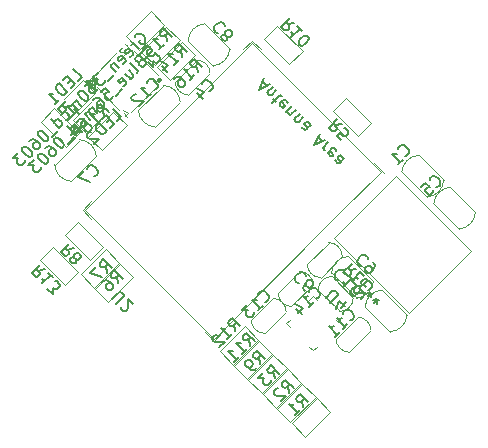
<source format=gbr>
%TF.GenerationSoftware,KiCad,Pcbnew,(6.0.8)*%
%TF.CreationDate,2022-10-29T03:41:05+02:00*%
%TF.ProjectId,view_base,76696577-5f62-4617-9365-2e6b69636164,rev?*%
%TF.SameCoordinates,Original*%
%TF.FileFunction,Legend,Bot*%
%TF.FilePolarity,Positive*%
%FSLAX46Y46*%
G04 Gerber Fmt 4.6, Leading zero omitted, Abs format (unit mm)*
G04 Created by KiCad (PCBNEW (6.0.8)) date 2022-10-29 03:41:05*
%MOMM*%
%LPD*%
G01*
G04 APERTURE LIST*
%ADD10C,0.150000*%
%ADD11C,0.120000*%
%ADD12C,0.300000*%
%ADD13C,0.152400*%
G04 APERTURE END LIST*
D10*
%TO.C,R3*%
X105157313Y-62255063D02*
X105056298Y-61682643D01*
X105561374Y-61851002D02*
X104854268Y-61143895D01*
X104584893Y-61413269D01*
X104551222Y-61514284D01*
X104551222Y-61581628D01*
X104584893Y-61682643D01*
X104685909Y-61783658D01*
X104786924Y-61817330D01*
X104854268Y-61817330D01*
X104955283Y-61783658D01*
X105224657Y-61514284D01*
X104214504Y-61783658D02*
X103776771Y-62221391D01*
X104281848Y-62255063D01*
X104180832Y-62356078D01*
X104147161Y-62457094D01*
X104147161Y-62524437D01*
X104180832Y-62625452D01*
X104349191Y-62793811D01*
X104450206Y-62827483D01*
X104517550Y-62827483D01*
X104618565Y-62793811D01*
X104820596Y-62591781D01*
X104854268Y-62490765D01*
X104854268Y-62423422D01*
%TO.C,R13*%
X85723179Y-53023821D02*
X85150760Y-53124836D01*
X85319118Y-52619760D02*
X84612012Y-53326867D01*
X84881386Y-53596241D01*
X84982401Y-53629913D01*
X85049744Y-53629913D01*
X85150760Y-53596241D01*
X85251775Y-53495226D01*
X85285447Y-53394210D01*
X85285447Y-53326867D01*
X85251775Y-53225852D01*
X84982401Y-52956478D01*
X86396615Y-53697256D02*
X85992554Y-53293195D01*
X86194584Y-53495226D02*
X85487477Y-54202333D01*
X85521149Y-54033974D01*
X85521149Y-53899287D01*
X85487477Y-53798272D01*
X85925210Y-54640065D02*
X86362943Y-55077798D01*
X86396615Y-54572722D01*
X86497630Y-54673737D01*
X86598645Y-54707409D01*
X86665989Y-54707409D01*
X86767004Y-54673737D01*
X86935363Y-54505378D01*
X86969034Y-54404363D01*
X86969034Y-54337020D01*
X86935363Y-54236004D01*
X86733332Y-54033974D01*
X86632317Y-54000302D01*
X86564973Y-54000302D01*
%TO.C,C6*%
X107784598Y-53613151D02*
X107784598Y-53545808D01*
X107717254Y-53411121D01*
X107649911Y-53343777D01*
X107515223Y-53276434D01*
X107380536Y-53276434D01*
X107279521Y-53310105D01*
X107111162Y-53411121D01*
X107010147Y-53512136D01*
X106909132Y-53680495D01*
X106875460Y-53781510D01*
X106875460Y-53916197D01*
X106942804Y-54050884D01*
X107010147Y-54118228D01*
X107144834Y-54185571D01*
X107212178Y-54185571D01*
X107750926Y-54859006D02*
X107616239Y-54724319D01*
X107582567Y-54623304D01*
X107582567Y-54555960D01*
X107616239Y-54387602D01*
X107717254Y-54219243D01*
X107986628Y-53949869D01*
X108087643Y-53916197D01*
X108154987Y-53916197D01*
X108256002Y-53949869D01*
X108390689Y-54084556D01*
X108424361Y-54185571D01*
X108424361Y-54252915D01*
X108390689Y-54353930D01*
X108222330Y-54522289D01*
X108121315Y-54555960D01*
X108053972Y-54555960D01*
X107952956Y-54522289D01*
X107818269Y-54387602D01*
X107784598Y-54286586D01*
X107784598Y-54219243D01*
X107818269Y-54118228D01*
%TO.C,R10*%
X106825972Y-32164889D02*
X106253553Y-32265904D01*
X106421911Y-31760828D02*
X105714805Y-32467935D01*
X105984179Y-32737309D01*
X106085194Y-32770981D01*
X106152537Y-32770981D01*
X106253553Y-32737309D01*
X106354568Y-32636294D01*
X106388240Y-32535278D01*
X106388240Y-32467935D01*
X106354568Y-32366920D01*
X106085194Y-32097546D01*
X107499408Y-32838324D02*
X107095347Y-32434263D01*
X107297377Y-32636294D02*
X106590270Y-33343401D01*
X106623942Y-33175042D01*
X106623942Y-33040355D01*
X106590270Y-32939340D01*
X107230034Y-33983164D02*
X107297377Y-34050507D01*
X107398392Y-34084179D01*
X107465736Y-34084179D01*
X107566751Y-34050507D01*
X107735110Y-33949492D01*
X107903469Y-33781133D01*
X108004484Y-33612775D01*
X108038156Y-33511759D01*
X108038156Y-33444416D01*
X108004484Y-33343401D01*
X107937140Y-33276057D01*
X107836125Y-33242385D01*
X107768782Y-33242385D01*
X107667766Y-33276057D01*
X107499408Y-33377072D01*
X107331049Y-33545431D01*
X107230034Y-33713790D01*
X107196362Y-33814805D01*
X107196362Y-33882149D01*
X107230034Y-33983164D01*
%TO.C,R1*%
X107596831Y-64694581D02*
X107495816Y-64122161D01*
X108000892Y-64290520D02*
X107293786Y-63583413D01*
X107024411Y-63852787D01*
X106990740Y-63953802D01*
X106990740Y-64021146D01*
X107024411Y-64122161D01*
X107125427Y-64223176D01*
X107226442Y-64256848D01*
X107293786Y-64256848D01*
X107394801Y-64223176D01*
X107664175Y-63953802D01*
X106923396Y-65368016D02*
X107327457Y-64963955D01*
X107125427Y-65165986D02*
X106418320Y-64458879D01*
X106586679Y-64492551D01*
X106721366Y-64492551D01*
X106822381Y-64458879D01*
%TO.C,R16*%
X98635110Y-36325972D02*
X98534095Y-35753553D01*
X99039171Y-35921911D02*
X98332064Y-35214805D01*
X98062690Y-35484179D01*
X98029018Y-35585194D01*
X98029018Y-35652537D01*
X98062690Y-35753553D01*
X98163705Y-35854568D01*
X98264721Y-35888240D01*
X98332064Y-35888240D01*
X98433079Y-35854568D01*
X98702453Y-35585194D01*
X97961675Y-36999408D02*
X98365736Y-36595347D01*
X98163705Y-36797377D02*
X97456598Y-36090270D01*
X97624957Y-36123942D01*
X97759644Y-36123942D01*
X97860660Y-36090270D01*
X96648476Y-36898392D02*
X96783163Y-36763705D01*
X96884179Y-36730034D01*
X96951522Y-36730034D01*
X97119881Y-36763705D01*
X97288240Y-36864721D01*
X97557614Y-37134095D01*
X97591285Y-37235110D01*
X97591285Y-37302453D01*
X97557614Y-37403469D01*
X97422927Y-37538156D01*
X97321911Y-37571827D01*
X97254568Y-37571827D01*
X97153553Y-37538156D01*
X96985194Y-37369797D01*
X96951522Y-37268782D01*
X96951522Y-37201438D01*
X96985194Y-37100423D01*
X97119881Y-36965736D01*
X97220896Y-36932064D01*
X97288240Y-36932064D01*
X97389255Y-36965736D01*
%TO.C,C5*%
X118861201Y-46058951D02*
X118928544Y-46058951D01*
X119063231Y-45991607D01*
X119130575Y-45924264D01*
X119197918Y-45789576D01*
X119197918Y-45654889D01*
X119164247Y-45553874D01*
X119063231Y-45385515D01*
X118962216Y-45284500D01*
X118793857Y-45183485D01*
X118692842Y-45149813D01*
X118558155Y-45149813D01*
X118423468Y-45217157D01*
X118356124Y-45284500D01*
X118288781Y-45419187D01*
X118288781Y-45486531D01*
X117581674Y-46058951D02*
X117918392Y-45722233D01*
X118288781Y-46025279D01*
X118221437Y-46025279D01*
X118120422Y-46058951D01*
X117952063Y-46227309D01*
X117918392Y-46328325D01*
X117918392Y-46395668D01*
X117952063Y-46496683D01*
X118120422Y-46665042D01*
X118221437Y-46698714D01*
X118288781Y-46698714D01*
X118389796Y-46665042D01*
X118558155Y-46496683D01*
X118591827Y-46395668D01*
X118591827Y-46328325D01*
%TO.C,C4*%
X99596110Y-37920528D02*
X99663453Y-37920528D01*
X99798140Y-37853184D01*
X99865484Y-37785841D01*
X99932827Y-37651153D01*
X99932827Y-37516466D01*
X99899156Y-37415451D01*
X99798140Y-37247092D01*
X99697125Y-37146077D01*
X99528766Y-37045062D01*
X99427751Y-37011390D01*
X99293064Y-37011390D01*
X99158377Y-37078734D01*
X99091033Y-37146077D01*
X99023690Y-37280764D01*
X99023690Y-37348108D01*
X98585957Y-38122558D02*
X99057362Y-38593963D01*
X98484942Y-37684825D02*
X99158377Y-38021543D01*
X98720644Y-38459276D01*
%TO.C,R9*%
X103937556Y-61035305D02*
X103836541Y-60462885D01*
X104341617Y-60631244D02*
X103634511Y-59924137D01*
X103365136Y-60193511D01*
X103331465Y-60294526D01*
X103331465Y-60361870D01*
X103365136Y-60462885D01*
X103466152Y-60563900D01*
X103567167Y-60597572D01*
X103634511Y-60597572D01*
X103735526Y-60563900D01*
X104004900Y-60294526D01*
X103600839Y-61372023D02*
X103466152Y-61506710D01*
X103365136Y-61540381D01*
X103297793Y-61540381D01*
X103129434Y-61506710D01*
X102961075Y-61405694D01*
X102691701Y-61136320D01*
X102658030Y-61035305D01*
X102658030Y-60967962D01*
X102691701Y-60866946D01*
X102826388Y-60732259D01*
X102927404Y-60698587D01*
X102994747Y-60698587D01*
X103095762Y-60732259D01*
X103264121Y-60900618D01*
X103297793Y-61001633D01*
X103297793Y-61068977D01*
X103264121Y-61169992D01*
X103129434Y-61304679D01*
X103028419Y-61338351D01*
X102961075Y-61338351D01*
X102860060Y-61304679D01*
%TO.C,C13*%
X104355384Y-55742441D02*
X104422728Y-55742441D01*
X104557415Y-55675097D01*
X104624758Y-55607754D01*
X104692102Y-55473067D01*
X104692102Y-55338380D01*
X104658430Y-55237365D01*
X104557415Y-55069006D01*
X104456400Y-54967991D01*
X104288041Y-54866975D01*
X104187026Y-54833304D01*
X104052339Y-54833304D01*
X103917652Y-54900647D01*
X103850308Y-54967991D01*
X103782965Y-55102678D01*
X103782965Y-55170021D01*
X103749293Y-56483220D02*
X104153354Y-56079159D01*
X103951323Y-56281189D02*
X103244216Y-55574082D01*
X103412575Y-55607754D01*
X103547262Y-55607754D01*
X103648278Y-55574082D01*
X102806484Y-56011815D02*
X102368751Y-56449548D01*
X102873827Y-56483220D01*
X102772812Y-56584235D01*
X102739140Y-56685250D01*
X102739140Y-56752594D01*
X102772812Y-56853609D01*
X102941171Y-57021968D01*
X103042186Y-57055639D01*
X103109529Y-57055639D01*
X103210545Y-57021968D01*
X103412575Y-56819937D01*
X103446247Y-56718922D01*
X103446247Y-56651578D01*
%TO.C,U2*%
X91366562Y-55555941D02*
X91938982Y-54983521D01*
X92039997Y-54949849D01*
X92107341Y-54949849D01*
X92208356Y-54983521D01*
X92343043Y-55118208D01*
X92376715Y-55219223D01*
X92376715Y-55286567D01*
X92343043Y-55387582D01*
X91770623Y-55960002D01*
X92141013Y-56195704D02*
X92141013Y-56263047D01*
X92174684Y-56364063D01*
X92343043Y-56532421D01*
X92444058Y-56566093D01*
X92511402Y-56566093D01*
X92612417Y-56532421D01*
X92679761Y-56465078D01*
X92747104Y-56330391D01*
X92747104Y-55522269D01*
X93184837Y-55960002D01*
X104139941Y-37125707D02*
X104476659Y-37462425D01*
X104274628Y-36856333D02*
X103803224Y-37799142D01*
X104746033Y-37327738D01*
X104510331Y-38034845D02*
X104981735Y-37563440D01*
X104577674Y-37967501D02*
X104577674Y-38034845D01*
X104611346Y-38135860D01*
X104712361Y-38236875D01*
X104813377Y-38270547D01*
X104914392Y-38236875D01*
X105284781Y-37866486D01*
X105049079Y-38573593D02*
X105318453Y-38842967D01*
X104914392Y-38910310D02*
X105520483Y-38304219D01*
X105621499Y-38270547D01*
X105722514Y-38304219D01*
X105789857Y-38371562D01*
X106261262Y-38910310D02*
X106227590Y-38809295D01*
X106092903Y-38674608D01*
X105991888Y-38640936D01*
X105890873Y-38674608D01*
X105621499Y-38943982D01*
X105587827Y-39044997D01*
X105621499Y-39146012D01*
X105756186Y-39280699D01*
X105857201Y-39314371D01*
X105958216Y-39280699D01*
X106025560Y-39213356D01*
X105756186Y-38809295D01*
X106160247Y-39684760D02*
X106631651Y-39213356D01*
X106227590Y-39617417D02*
X106227590Y-39684760D01*
X106261262Y-39785776D01*
X106362277Y-39886791D01*
X106463292Y-39920463D01*
X106564308Y-39886791D01*
X106934697Y-39516402D01*
X106800010Y-40324524D02*
X107271414Y-39853119D01*
X106867353Y-40257180D02*
X106867353Y-40324524D01*
X106901025Y-40425539D01*
X107002040Y-40526554D01*
X107103056Y-40560226D01*
X107204071Y-40526554D01*
X107574460Y-40156165D01*
X108214223Y-40795928D02*
X107843834Y-41166317D01*
X107742819Y-41199989D01*
X107641804Y-41166317D01*
X107507117Y-41031630D01*
X107473445Y-40930615D01*
X108180552Y-40829600D02*
X108146880Y-40728585D01*
X107978521Y-40560226D01*
X107877506Y-40526554D01*
X107776491Y-40560226D01*
X107709147Y-40627569D01*
X107675475Y-40728585D01*
X107709147Y-40829600D01*
X107877506Y-40997959D01*
X107911178Y-41098974D01*
X108853987Y-41839752D02*
X109190704Y-42176470D01*
X108988674Y-41570378D02*
X108517269Y-42513187D01*
X109460078Y-42041783D01*
X109695780Y-42277485D02*
X109224376Y-42748890D01*
X109359063Y-42614203D02*
X109325391Y-42715218D01*
X109325391Y-42782561D01*
X109359063Y-42883577D01*
X109426406Y-42950920D01*
X110369216Y-43018264D02*
X110335544Y-42917248D01*
X110200857Y-42782561D01*
X110099841Y-42748890D01*
X109998826Y-42782561D01*
X109729452Y-43051935D01*
X109695780Y-43152951D01*
X109729452Y-43253966D01*
X109864139Y-43388653D01*
X109965154Y-43422325D01*
X110066170Y-43388653D01*
X110133513Y-43321309D01*
X109864139Y-42917248D01*
X111042651Y-43624355D02*
X110672261Y-43994745D01*
X110571246Y-44028416D01*
X110470231Y-43994745D01*
X110335544Y-43860058D01*
X110301872Y-43759042D01*
X111008979Y-43658027D02*
X110975307Y-43557012D01*
X110806948Y-43388653D01*
X110705933Y-43354981D01*
X110604918Y-43388653D01*
X110537574Y-43455997D01*
X110503903Y-43557012D01*
X110537574Y-43658027D01*
X110705933Y-43826386D01*
X110739605Y-43927401D01*
%TO.C,R7*%
X90962500Y-53293198D02*
X90861485Y-52720778D01*
X91366561Y-52889137D02*
X90659455Y-52182030D01*
X90390080Y-52451404D01*
X90356409Y-52552419D01*
X90356409Y-52619763D01*
X90390080Y-52720778D01*
X90491096Y-52821793D01*
X90592111Y-52855465D01*
X90659455Y-52855465D01*
X90760470Y-52821793D01*
X91029844Y-52552419D01*
X90019691Y-52821793D02*
X89548287Y-53293198D01*
X90558439Y-53697259D01*
%TO.C,U4*%
X109475174Y-55446467D02*
X110047594Y-54874047D01*
X110148609Y-54840375D01*
X110215953Y-54840375D01*
X110316968Y-54874047D01*
X110451655Y-55008734D01*
X110485327Y-55109749D01*
X110485327Y-55177093D01*
X110451655Y-55278108D01*
X109879235Y-55850528D01*
X110754701Y-56254589D02*
X111226105Y-55783184D01*
X110316968Y-56355604D02*
X110653686Y-55682169D01*
X111091418Y-56119902D01*
%TO.C,R11*%
X103054513Y-59478827D02*
X102953498Y-58906408D01*
X103458574Y-59074766D02*
X102751467Y-58367660D01*
X102482093Y-58637034D01*
X102448421Y-58738049D01*
X102448421Y-58805392D01*
X102482093Y-58906408D01*
X102583108Y-59007423D01*
X102684124Y-59041095D01*
X102751467Y-59041095D01*
X102852482Y-59007423D01*
X103121856Y-58738049D01*
X102381078Y-60152263D02*
X102785139Y-59748202D01*
X102583108Y-59950232D02*
X101876001Y-59243125D01*
X102044360Y-59276797D01*
X102179047Y-59276797D01*
X102280063Y-59243125D01*
X101707643Y-60825698D02*
X102111704Y-60421637D01*
X101909673Y-60623667D02*
X101202566Y-59916560D01*
X101370925Y-59950232D01*
X101505612Y-59950232D01*
X101606627Y-59916560D01*
%TO.C,C2*%
X113061201Y-54758951D02*
X113128544Y-54758951D01*
X113263231Y-54691607D01*
X113330575Y-54624264D01*
X113397918Y-54489576D01*
X113397918Y-54354889D01*
X113364247Y-54253874D01*
X113263231Y-54085515D01*
X113162216Y-53984500D01*
X112993857Y-53883485D01*
X112892842Y-53849813D01*
X112758155Y-53849813D01*
X112623468Y-53917157D01*
X112556124Y-53984500D01*
X112488781Y-54119187D01*
X112488781Y-54186531D01*
X112219407Y-54455905D02*
X112152063Y-54455905D01*
X112051048Y-54489576D01*
X111882689Y-54657935D01*
X111849018Y-54758951D01*
X111849018Y-54826294D01*
X111882689Y-54927309D01*
X111950033Y-54994653D01*
X112084720Y-55061996D01*
X112892842Y-55061996D01*
X112455109Y-55499729D01*
%TO.C,C8*%
X100922626Y-32441671D02*
X100922626Y-32374328D01*
X100855282Y-32239641D01*
X100787939Y-32172297D01*
X100653251Y-32104954D01*
X100518564Y-32104954D01*
X100417549Y-32138625D01*
X100249190Y-32239641D01*
X100148175Y-32340656D01*
X100047160Y-32509015D01*
X100013488Y-32610030D01*
X100013488Y-32744717D01*
X100080832Y-32879404D01*
X100148175Y-32946748D01*
X100282862Y-33014091D01*
X100350206Y-33014091D01*
X100989969Y-33182450D02*
X100888954Y-33148778D01*
X100821610Y-33148778D01*
X100720595Y-33182450D01*
X100686923Y-33216122D01*
X100653251Y-33317137D01*
X100653251Y-33384480D01*
X100686923Y-33485496D01*
X100821610Y-33620183D01*
X100922626Y-33653854D01*
X100989969Y-33653854D01*
X101090984Y-33620183D01*
X101124656Y-33586511D01*
X101158328Y-33485496D01*
X101158328Y-33418152D01*
X101124656Y-33317137D01*
X100989969Y-33182450D01*
X100956297Y-33081435D01*
X100956297Y-33014091D01*
X100989969Y-32913076D01*
X101124656Y-32778389D01*
X101225671Y-32744717D01*
X101293015Y-32744717D01*
X101394030Y-32778389D01*
X101528717Y-32913076D01*
X101562389Y-33014091D01*
X101562389Y-33081435D01*
X101528717Y-33182450D01*
X101394030Y-33317137D01*
X101293015Y-33350809D01*
X101225671Y-33350809D01*
X101124656Y-33317137D01*
%TO.C,R2*%
X106377072Y-63474822D02*
X106276057Y-62902402D01*
X106781133Y-63070761D02*
X106074027Y-62363654D01*
X105804652Y-62633028D01*
X105770981Y-62734043D01*
X105770981Y-62801387D01*
X105804652Y-62902402D01*
X105905668Y-63003417D01*
X106006683Y-63037089D01*
X106074027Y-63037089D01*
X106175042Y-63003417D01*
X106444416Y-62734043D01*
X105467935Y-63104433D02*
X105400591Y-63104433D01*
X105299576Y-63138104D01*
X105131217Y-63306463D01*
X105097546Y-63407479D01*
X105097546Y-63474822D01*
X105131217Y-63575837D01*
X105198561Y-63643181D01*
X105333248Y-63710524D01*
X106141370Y-63710524D01*
X105703637Y-64148257D01*
%TO.C,C11*%
X111532520Y-57333435D02*
X111599864Y-57333435D01*
X111734551Y-57266091D01*
X111801894Y-57198748D01*
X111869238Y-57064061D01*
X111869238Y-56929374D01*
X111835566Y-56828359D01*
X111734551Y-56660000D01*
X111633536Y-56558985D01*
X111465177Y-56457969D01*
X111364162Y-56424298D01*
X111229475Y-56424298D01*
X111094788Y-56491641D01*
X111027444Y-56558985D01*
X110960101Y-56693672D01*
X110960101Y-56761015D01*
X110926429Y-58074214D02*
X111330490Y-57670153D01*
X111128459Y-57872183D02*
X110421352Y-57165076D01*
X110589711Y-57198748D01*
X110724398Y-57198748D01*
X110825414Y-57165076D01*
X110252994Y-58747649D02*
X110657055Y-58343588D01*
X110455024Y-58545618D02*
X109747917Y-57838511D01*
X109916276Y-57872183D01*
X110050963Y-57872183D01*
X110151978Y-57838511D01*
%TO.C,R15*%
X96035110Y-33725972D02*
X95934095Y-33153553D01*
X96439171Y-33321911D02*
X95732064Y-32614805D01*
X95462690Y-32884179D01*
X95429018Y-32985194D01*
X95429018Y-33052537D01*
X95462690Y-33153553D01*
X95563705Y-33254568D01*
X95664721Y-33288240D01*
X95732064Y-33288240D01*
X95833079Y-33254568D01*
X96102453Y-32985194D01*
X95361675Y-34399408D02*
X95765736Y-33995347D01*
X95563705Y-34197377D02*
X94856598Y-33490270D01*
X95024957Y-33523942D01*
X95159644Y-33523942D01*
X95260660Y-33490270D01*
X94014805Y-34332064D02*
X94351522Y-33995347D01*
X94721911Y-34298392D01*
X94654568Y-34298392D01*
X94553553Y-34332064D01*
X94385194Y-34500423D01*
X94351522Y-34601438D01*
X94351522Y-34668782D01*
X94385194Y-34769797D01*
X94553553Y-34938156D01*
X94654568Y-34971827D01*
X94721911Y-34971827D01*
X94822927Y-34938156D01*
X94991285Y-34769797D01*
X95024957Y-34668782D01*
X95024957Y-34601438D01*
%TO.C,U3*%
X93741960Y-34780543D02*
X94314380Y-34208123D01*
X94415395Y-34174451D01*
X94482739Y-34174451D01*
X94583754Y-34208123D01*
X94718441Y-34342810D01*
X94752113Y-34443825D01*
X94752113Y-34511169D01*
X94718441Y-34612184D01*
X94146021Y-35184604D01*
X94415395Y-35453978D02*
X94853128Y-35891710D01*
X94886800Y-35386634D01*
X94987815Y-35487649D01*
X95088830Y-35521321D01*
X95156174Y-35521321D01*
X95257189Y-35487649D01*
X95425548Y-35319291D01*
X95459220Y-35218275D01*
X95459220Y-35150932D01*
X95425548Y-35049917D01*
X95223517Y-34847886D01*
X95122502Y-34814214D01*
X95055159Y-34814214D01*
D11*
X89806019Y-36998889D02*
X89826222Y-36938280D01*
X89826222Y-36897874D01*
X89806019Y-36837264D01*
X89785816Y-36817061D01*
X89725207Y-36796858D01*
X89684801Y-36796858D01*
X89624192Y-36817061D01*
X89543379Y-36897874D01*
X89523176Y-36958483D01*
X89523176Y-36998889D01*
X89543379Y-37059498D01*
X89563582Y-37079701D01*
X89624192Y-37099904D01*
X89664598Y-37099904D01*
X89725207Y-37079701D01*
X89806019Y-36998889D01*
X89866628Y-36978686D01*
X89907034Y-36978686D01*
X89967643Y-36998889D01*
X90048456Y-37079701D01*
X90068659Y-37140310D01*
X90068659Y-37180716D01*
X90048456Y-37241325D01*
X89967643Y-37322138D01*
X89907034Y-37342341D01*
X89866628Y-37342341D01*
X89806019Y-37322138D01*
X89725207Y-37241325D01*
X89705004Y-37180716D01*
X89705004Y-37140310D01*
X89725207Y-37079701D01*
X95140280Y-37627456D02*
X95382717Y-37385019D01*
X95261498Y-37506237D02*
X94837234Y-37081973D01*
X94938250Y-37102176D01*
X95019062Y-37102176D01*
X95079671Y-37081973D01*
X92383373Y-39818679D02*
X92666215Y-40101522D01*
X92322763Y-39556039D02*
X92726824Y-39758070D01*
X92464185Y-40020709D01*
X92782938Y-34506842D02*
X93025374Y-34264406D01*
X92904156Y-34385624D02*
X92479892Y-33961360D01*
X92580907Y-33981563D01*
X92661719Y-33981563D01*
X92722329Y-33961360D01*
X92237455Y-34284609D02*
X92197049Y-34284609D01*
X92136440Y-34304812D01*
X92035425Y-34405827D01*
X92015222Y-34466436D01*
X92015222Y-34506842D01*
X92035425Y-34567451D01*
X92075831Y-34607858D01*
X92156643Y-34648264D01*
X92641516Y-34648264D01*
X92378877Y-34910903D01*
D10*
%TO.C,LED2*%
X91836472Y-40453900D02*
X92173190Y-40117182D01*
X91466083Y-39410076D01*
X91230381Y-40319213D02*
X90994679Y-40554915D01*
X91264053Y-41026320D02*
X91600770Y-40689602D01*
X90893663Y-39982495D01*
X90556946Y-40319213D01*
X90961007Y-41329366D02*
X90253900Y-40622259D01*
X90085541Y-40790617D01*
X90018198Y-40925305D01*
X90018198Y-41059992D01*
X90051869Y-41161007D01*
X90152885Y-41329366D01*
X90253900Y-41430381D01*
X90422259Y-41531396D01*
X90523274Y-41565068D01*
X90657961Y-41565068D01*
X90792648Y-41497724D01*
X90961007Y-41329366D01*
X89647808Y-41363037D02*
X89580465Y-41363037D01*
X89479450Y-41396709D01*
X89311091Y-41565068D01*
X89277419Y-41666083D01*
X89277419Y-41733427D01*
X89311091Y-41834442D01*
X89378434Y-41901785D01*
X89513121Y-41969129D01*
X90321243Y-41969129D01*
X89883511Y-42406862D01*
X93306245Y-33323907D02*
X93339916Y-33222891D01*
X93440932Y-33121876D01*
X93575619Y-33054533D01*
X93710306Y-33054533D01*
X93811321Y-33088204D01*
X93979680Y-33189220D01*
X94080695Y-33290235D01*
X94181710Y-33458594D01*
X94215382Y-33559609D01*
X94215382Y-33694296D01*
X94148038Y-33828983D01*
X94080695Y-33896326D01*
X93946008Y-33963670D01*
X93878664Y-33963670D01*
X93642962Y-33727968D01*
X93777649Y-33593281D01*
X93642962Y-34334059D02*
X93171558Y-33862655D01*
X93306245Y-33997342D02*
X93205229Y-33963670D01*
X93137886Y-33963670D01*
X93036871Y-33997342D01*
X92969527Y-34064685D01*
X92902184Y-35007494D02*
X93003199Y-34973822D01*
X93137886Y-34839135D01*
X93171558Y-34738120D01*
X93137886Y-34637105D01*
X92868512Y-34367731D01*
X92767497Y-34334059D01*
X92666481Y-34367731D01*
X92531794Y-34502418D01*
X92498123Y-34603433D01*
X92531794Y-34704448D01*
X92599138Y-34771792D01*
X93003199Y-34502418D01*
X92296092Y-35613586D02*
X92397107Y-35579914D01*
X92531794Y-35445227D01*
X92565466Y-35344212D01*
X92531794Y-35243196D01*
X92262420Y-34973822D01*
X92161405Y-34940151D01*
X92060390Y-34973822D01*
X91925703Y-35108509D01*
X91892031Y-35209525D01*
X91925703Y-35310540D01*
X91993046Y-35377883D01*
X92397107Y-35108509D01*
X91521642Y-35512570D02*
X91993046Y-35983975D01*
X91588985Y-35579914D02*
X91521642Y-35579914D01*
X91420626Y-35613586D01*
X91319611Y-35714601D01*
X91285939Y-35815616D01*
X91319611Y-35916632D01*
X91690001Y-36287021D01*
X91588985Y-36522723D02*
X91050237Y-37061471D01*
X90174772Y-36388036D02*
X89737039Y-36825769D01*
X90242115Y-36859441D01*
X90141100Y-36960456D01*
X90107428Y-37061471D01*
X90107428Y-37128815D01*
X90141100Y-37229830D01*
X90309459Y-37398189D01*
X90410474Y-37431860D01*
X90477817Y-37431860D01*
X90578833Y-37398189D01*
X90780863Y-37196158D01*
X90814535Y-37095143D01*
X90814535Y-37027799D01*
X89097276Y-37465532D02*
X89433993Y-37128815D01*
X89804382Y-37431860D01*
X89737039Y-37431860D01*
X89636024Y-37465532D01*
X89467665Y-37633891D01*
X89433993Y-37734906D01*
X89433993Y-37802250D01*
X89467665Y-37903265D01*
X89636024Y-38071624D01*
X89737039Y-38105295D01*
X89804382Y-38105295D01*
X89905398Y-38071624D01*
X90073756Y-37903265D01*
X90107428Y-37802250D01*
X90107428Y-37734906D01*
X88625871Y-37936937D02*
X88558528Y-38004280D01*
X88524856Y-38105295D01*
X88524856Y-38172639D01*
X88558528Y-38273654D01*
X88659543Y-38442013D01*
X88827902Y-38610372D01*
X88996260Y-38711387D01*
X89097276Y-38745059D01*
X89164619Y-38745059D01*
X89265634Y-38711387D01*
X89332978Y-38644043D01*
X89366650Y-38543028D01*
X89366650Y-38475685D01*
X89332978Y-38374669D01*
X89231963Y-38206311D01*
X89063604Y-38037952D01*
X88895245Y-37936937D01*
X88794230Y-37903265D01*
X88726886Y-37903265D01*
X88625871Y-37936937D01*
X88794230Y-39182791D02*
X88322825Y-38711387D01*
X88390169Y-38778730D02*
X88322825Y-38778730D01*
X88221810Y-38812402D01*
X88120795Y-38913417D01*
X88087123Y-39014433D01*
X88120795Y-39115448D01*
X88491184Y-39485837D01*
X88120795Y-39115448D02*
X88019780Y-39081776D01*
X87918764Y-39115448D01*
X87817749Y-39216463D01*
X87784077Y-39317478D01*
X87817749Y-39418494D01*
X88188138Y-39788883D01*
X87514703Y-40394974D02*
X87615719Y-40361303D01*
X87750406Y-40226616D01*
X87784077Y-40125600D01*
X87784077Y-40058257D01*
X87750406Y-39957242D01*
X87548375Y-39755211D01*
X87447360Y-39721539D01*
X87380016Y-39721539D01*
X87279001Y-39755211D01*
X87144314Y-39889898D01*
X87110642Y-39990913D01*
X86942284Y-41034738D02*
X86235177Y-40327631D01*
X86908612Y-41001066D02*
X87009627Y-40967394D01*
X87144314Y-40832707D01*
X87177986Y-40731692D01*
X87177986Y-40664348D01*
X87144314Y-40563333D01*
X86942284Y-40361303D01*
X86841268Y-40327631D01*
X86773925Y-40327631D01*
X86672910Y-40361303D01*
X86538223Y-40495990D01*
X86504551Y-40597005D01*
X86841268Y-41270440D02*
X86302520Y-41809188D01*
X85225024Y-41337783D02*
X85157681Y-41405127D01*
X85124009Y-41506142D01*
X85124009Y-41573486D01*
X85157681Y-41674501D01*
X85258696Y-41842860D01*
X85427055Y-42011219D01*
X85595413Y-42112234D01*
X85696429Y-42145906D01*
X85763772Y-42145906D01*
X85864787Y-42112234D01*
X85932131Y-42044890D01*
X85965803Y-41943875D01*
X85965803Y-41876532D01*
X85932131Y-41775516D01*
X85831116Y-41607158D01*
X85662757Y-41438799D01*
X85494398Y-41337783D01*
X85393383Y-41304112D01*
X85326039Y-41304112D01*
X85225024Y-41337783D01*
X84383230Y-42179577D02*
X84517917Y-42044890D01*
X84618933Y-42011219D01*
X84686276Y-42011219D01*
X84854635Y-42044890D01*
X85022994Y-42145906D01*
X85292368Y-42415280D01*
X85326039Y-42516295D01*
X85326039Y-42583638D01*
X85292368Y-42684654D01*
X85157681Y-42819341D01*
X85056665Y-42853012D01*
X84989322Y-42853012D01*
X84888307Y-42819341D01*
X84719948Y-42650982D01*
X84686276Y-42549967D01*
X84686276Y-42482623D01*
X84719948Y-42381608D01*
X84854635Y-42246921D01*
X84955650Y-42213249D01*
X85022994Y-42213249D01*
X85124009Y-42246921D01*
X83878154Y-42684654D02*
X83810811Y-42751997D01*
X83777139Y-42853012D01*
X83777139Y-42920356D01*
X83810811Y-43021371D01*
X83911826Y-43189730D01*
X84080185Y-43358089D01*
X84248543Y-43459104D01*
X84349559Y-43492776D01*
X84416902Y-43492776D01*
X84517917Y-43459104D01*
X84585261Y-43391760D01*
X84618933Y-43290745D01*
X84618933Y-43223402D01*
X84585261Y-43122386D01*
X84484246Y-42954028D01*
X84315887Y-42785669D01*
X84147528Y-42684654D01*
X84046513Y-42650982D01*
X83979169Y-42650982D01*
X83878154Y-42684654D01*
X83406750Y-43156058D02*
X82969017Y-43593791D01*
X83474093Y-43627463D01*
X83373078Y-43728478D01*
X83339406Y-43829493D01*
X83339406Y-43896837D01*
X83373078Y-43997852D01*
X83541437Y-44166211D01*
X83642452Y-44199882D01*
X83709795Y-44199882D01*
X83810811Y-44166211D01*
X84012841Y-43964180D01*
X84046513Y-43863165D01*
X84046513Y-43795821D01*
%TO.C,R5*%
X110841370Y-40722927D02*
X110268950Y-40823942D01*
X110437309Y-40318866D02*
X109730202Y-41025972D01*
X109999576Y-41295347D01*
X110100591Y-41329018D01*
X110167935Y-41329018D01*
X110268950Y-41295347D01*
X110369965Y-41194331D01*
X110403637Y-41093316D01*
X110403637Y-41025972D01*
X110369965Y-40924957D01*
X110100591Y-40655583D01*
X110774027Y-42069797D02*
X110437309Y-41733079D01*
X110740355Y-41362690D01*
X110740355Y-41430034D01*
X110774027Y-41531049D01*
X110942385Y-41699408D01*
X111043401Y-41733079D01*
X111110744Y-41733079D01*
X111211759Y-41699408D01*
X111380118Y-41531049D01*
X111413790Y-41430034D01*
X111413790Y-41362690D01*
X111380118Y-41261675D01*
X111211759Y-41093316D01*
X111110744Y-41059644D01*
X111043401Y-41059644D01*
%TO.C,REF\u002A\u002A*%
X112093268Y-52954565D02*
X111520848Y-53055580D01*
X111689207Y-52550504D02*
X110982100Y-53257611D01*
X111251474Y-53526985D01*
X111352490Y-53560656D01*
X111419833Y-53560656D01*
X111520848Y-53526985D01*
X111621864Y-53425969D01*
X111655535Y-53324954D01*
X111655535Y-53257611D01*
X111621864Y-53156595D01*
X111352490Y-52887221D01*
X112025925Y-53628000D02*
X112261627Y-53863702D01*
X112733031Y-53594328D02*
X112396314Y-53257611D01*
X111689207Y-53964717D01*
X112025925Y-54301435D01*
X112901390Y-54503465D02*
X112665688Y-54267763D01*
X113036077Y-53897374D02*
X112328970Y-54604481D01*
X112665688Y-54941198D01*
X113036077Y-55311587D02*
X113204436Y-55143229D01*
X112968734Y-55042213D02*
X113204436Y-55143229D01*
X113305451Y-55378931D01*
X113238108Y-54907526D02*
X113204436Y-55143229D01*
X113440138Y-55109557D01*
X113574825Y-55850335D02*
X113743184Y-55681977D01*
X113507482Y-55580961D02*
X113743184Y-55681977D01*
X113844199Y-55917679D01*
X113776856Y-55446274D02*
X113743184Y-55681977D01*
X113978886Y-55648305D01*
%TO.C,C14*%
X108658129Y-55484347D02*
X108725473Y-55484347D01*
X108860160Y-55417003D01*
X108927503Y-55349660D01*
X108994847Y-55214973D01*
X108994847Y-55080286D01*
X108961175Y-54979271D01*
X108860160Y-54810912D01*
X108759145Y-54709897D01*
X108590786Y-54608881D01*
X108489771Y-54575210D01*
X108355084Y-54575210D01*
X108220397Y-54642553D01*
X108153053Y-54709897D01*
X108085710Y-54844584D01*
X108085710Y-54911927D01*
X108052038Y-56225126D02*
X108456099Y-55821065D01*
X108254068Y-56023095D02*
X107546961Y-55315988D01*
X107715320Y-55349660D01*
X107850007Y-55349660D01*
X107951023Y-55315988D01*
X106974542Y-56359813D02*
X107445946Y-56831217D01*
X106873526Y-55922080D02*
X107546961Y-56258797D01*
X107109229Y-56696530D01*
%TO.C,C9*%
X113070811Y-52126937D02*
X113070811Y-52059594D01*
X113003467Y-51924907D01*
X112936124Y-51857563D01*
X112801436Y-51790220D01*
X112666749Y-51790220D01*
X112565734Y-51823891D01*
X112397375Y-51924907D01*
X112296360Y-52025922D01*
X112195345Y-52194281D01*
X112161673Y-52295296D01*
X112161673Y-52429983D01*
X112229017Y-52564670D01*
X112296360Y-52632014D01*
X112431047Y-52699357D01*
X112498391Y-52699357D01*
X113474872Y-52396311D02*
X113609559Y-52530998D01*
X113643230Y-52632014D01*
X113643230Y-52699357D01*
X113609559Y-52867716D01*
X113508543Y-53036075D01*
X113239169Y-53305449D01*
X113138154Y-53339120D01*
X113070811Y-53339120D01*
X112969795Y-53305449D01*
X112835108Y-53170762D01*
X112801436Y-53069746D01*
X112801436Y-53002403D01*
X112835108Y-52901388D01*
X113003467Y-52733029D01*
X113104482Y-52699357D01*
X113171826Y-52699357D01*
X113272841Y-52733029D01*
X113407528Y-52867716D01*
X113441200Y-52968731D01*
X113441200Y-53036075D01*
X113407528Y-53137090D01*
%TO.C,R6*%
X91881738Y-54212437D02*
X91780723Y-53640017D01*
X92285799Y-53808376D02*
X91578693Y-53101269D01*
X91309318Y-53370643D01*
X91275647Y-53471658D01*
X91275647Y-53539002D01*
X91309318Y-53640017D01*
X91410334Y-53741032D01*
X91511349Y-53774704D01*
X91578693Y-53774704D01*
X91679708Y-53741032D01*
X91949082Y-53471658D01*
X90568540Y-54111422D02*
X90703227Y-53976735D01*
X90804242Y-53943063D01*
X90871586Y-53943063D01*
X91039944Y-53976735D01*
X91208303Y-54077750D01*
X91477677Y-54347124D01*
X91511349Y-54448139D01*
X91511349Y-54515483D01*
X91477677Y-54616498D01*
X91342990Y-54751185D01*
X91241975Y-54784857D01*
X91174631Y-54784857D01*
X91073616Y-54751185D01*
X90905257Y-54582826D01*
X90871586Y-54481811D01*
X90871586Y-54414468D01*
X90905257Y-54313452D01*
X91039944Y-54178765D01*
X91140960Y-54145094D01*
X91208303Y-54145094D01*
X91309318Y-54178765D01*
%TO.C,C12*%
X94919167Y-37810030D02*
X94986511Y-37810030D01*
X95121198Y-37742686D01*
X95188541Y-37675343D01*
X95255885Y-37540656D01*
X95255885Y-37405969D01*
X95222213Y-37304954D01*
X95121198Y-37136595D01*
X95020183Y-37035580D01*
X94851824Y-36934564D01*
X94750809Y-36900893D01*
X94616122Y-36900893D01*
X94481435Y-36968236D01*
X94414091Y-37035580D01*
X94346748Y-37170267D01*
X94346748Y-37237610D01*
X94313076Y-38550809D02*
X94717137Y-38146748D01*
X94515106Y-38348778D02*
X93807999Y-37641671D01*
X93976358Y-37675343D01*
X94111045Y-37675343D01*
X94212061Y-37641671D01*
X93403938Y-38180419D02*
X93336595Y-38180419D01*
X93235580Y-38214091D01*
X93067221Y-38382450D01*
X93033549Y-38483465D01*
X93033549Y-38550809D01*
X93067221Y-38651824D01*
X93134564Y-38719167D01*
X93269251Y-38786511D01*
X94077373Y-38786511D01*
X93639641Y-39224244D01*
%TO.C,C10*%
X111143104Y-53381212D02*
X111143104Y-53313868D01*
X111075760Y-53179181D01*
X111008417Y-53111838D01*
X110873730Y-53044494D01*
X110739043Y-53044494D01*
X110638028Y-53078166D01*
X110469669Y-53179181D01*
X110368654Y-53280196D01*
X110267638Y-53448555D01*
X110233967Y-53549570D01*
X110233967Y-53684257D01*
X110301310Y-53818944D01*
X110368654Y-53886288D01*
X110503341Y-53953631D01*
X110570684Y-53953631D01*
X111883883Y-53987303D02*
X111479822Y-53583242D01*
X111681852Y-53785273D02*
X110974745Y-54492380D01*
X111008417Y-54324021D01*
X111008417Y-54189334D01*
X110974745Y-54088319D01*
X111614509Y-55132143D02*
X111681852Y-55199486D01*
X111782867Y-55233158D01*
X111850211Y-55233158D01*
X111951226Y-55199486D01*
X112119585Y-55098471D01*
X112287944Y-54930112D01*
X112388959Y-54761754D01*
X112422631Y-54660738D01*
X112422631Y-54593395D01*
X112388959Y-54492380D01*
X112321615Y-54425036D01*
X112220600Y-54391364D01*
X112153257Y-54391364D01*
X112052241Y-54425036D01*
X111883883Y-54526051D01*
X111715524Y-54694410D01*
X111614509Y-54862769D01*
X111580837Y-54963784D01*
X111580837Y-55031128D01*
X111614509Y-55132143D01*
%TO.C,R12*%
X101834752Y-58259065D02*
X101733737Y-57686646D01*
X102238813Y-57855004D02*
X101531706Y-57147898D01*
X101262332Y-57417272D01*
X101228660Y-57518287D01*
X101228660Y-57585630D01*
X101262332Y-57686646D01*
X101363347Y-57787661D01*
X101464363Y-57821333D01*
X101531706Y-57821333D01*
X101632721Y-57787661D01*
X101902095Y-57518287D01*
X101161317Y-58932501D02*
X101565378Y-58528440D01*
X101363347Y-58730470D02*
X100656240Y-58023363D01*
X100824599Y-58057035D01*
X100959286Y-58057035D01*
X101060302Y-58023363D01*
X100252179Y-58562111D02*
X100184836Y-58562111D01*
X100083821Y-58595783D01*
X99915462Y-58764142D01*
X99881790Y-58865157D01*
X99881790Y-58932501D01*
X99915462Y-59033516D01*
X99982805Y-59100859D01*
X100117492Y-59168203D01*
X100925614Y-59168203D01*
X100487882Y-59605936D01*
%TO.C,R8*%
X88181217Y-51239221D02*
X87608797Y-51340236D01*
X87777156Y-50835160D02*
X87070049Y-51542266D01*
X87339423Y-51811641D01*
X87440438Y-51845312D01*
X87507782Y-51845312D01*
X87608797Y-51811641D01*
X87709812Y-51710625D01*
X87743484Y-51609610D01*
X87743484Y-51542266D01*
X87709812Y-51441251D01*
X87440438Y-51171877D01*
X88181217Y-52047343D02*
X88080202Y-52013671D01*
X88012858Y-52013671D01*
X87911843Y-52047343D01*
X87878171Y-52081015D01*
X87844499Y-52182030D01*
X87844499Y-52249373D01*
X87878171Y-52350389D01*
X88012858Y-52485076D01*
X88113874Y-52518747D01*
X88181217Y-52518747D01*
X88282232Y-52485076D01*
X88315904Y-52451404D01*
X88349576Y-52350389D01*
X88349576Y-52283045D01*
X88315904Y-52182030D01*
X88181217Y-52047343D01*
X88147545Y-51946328D01*
X88147545Y-51878984D01*
X88181217Y-51777969D01*
X88315904Y-51643282D01*
X88416919Y-51609610D01*
X88484263Y-51609610D01*
X88585278Y-51643282D01*
X88719965Y-51777969D01*
X88753637Y-51878984D01*
X88753637Y-51946328D01*
X88719965Y-52047343D01*
X88585278Y-52182030D01*
X88484263Y-52215702D01*
X88416919Y-52215702D01*
X88315904Y-52182030D01*
%TO.C,C7*%
X89858328Y-45122626D02*
X89925671Y-45122626D01*
X90060358Y-45055282D01*
X90127702Y-44987939D01*
X90195045Y-44853251D01*
X90195045Y-44718564D01*
X90161374Y-44617549D01*
X90060358Y-44449190D01*
X89959343Y-44348175D01*
X89790984Y-44247160D01*
X89689969Y-44213488D01*
X89555282Y-44213488D01*
X89420595Y-44280832D01*
X89353251Y-44348175D01*
X89285908Y-44482862D01*
X89285908Y-44550206D01*
X88982862Y-44718564D02*
X88511458Y-45189969D01*
X89521610Y-45594030D01*
%TO.C,R18*%
X90713790Y-40104652D02*
X90612775Y-39532233D01*
X91117851Y-39700591D02*
X90410744Y-38993485D01*
X90141370Y-39262859D01*
X90107698Y-39363874D01*
X90107698Y-39431217D01*
X90141370Y-39532233D01*
X90242385Y-39633248D01*
X90343401Y-39666920D01*
X90410744Y-39666920D01*
X90511759Y-39633248D01*
X90781133Y-39363874D01*
X90040355Y-40778088D02*
X90444416Y-40374027D01*
X90242385Y-40576057D02*
X89535278Y-39868950D01*
X89703637Y-39902622D01*
X89838324Y-39902622D01*
X89939340Y-39868950D01*
X89232233Y-40778088D02*
X89265904Y-40677072D01*
X89265904Y-40609729D01*
X89232233Y-40508714D01*
X89198561Y-40475042D01*
X89097546Y-40441370D01*
X89030202Y-40441370D01*
X88929187Y-40475042D01*
X88794500Y-40609729D01*
X88760828Y-40710744D01*
X88760828Y-40778088D01*
X88794500Y-40879103D01*
X88828172Y-40912775D01*
X88929187Y-40946446D01*
X88996530Y-40946446D01*
X89097546Y-40912775D01*
X89232233Y-40778088D01*
X89333248Y-40744416D01*
X89400591Y-40744416D01*
X89501607Y-40778088D01*
X89636294Y-40912775D01*
X89669965Y-41013790D01*
X89669965Y-41081133D01*
X89636294Y-41182149D01*
X89501607Y-41316836D01*
X89400591Y-41350507D01*
X89333248Y-41350507D01*
X89232233Y-41316836D01*
X89097546Y-41182149D01*
X89063874Y-41081133D01*
X89063874Y-41013790D01*
X89097546Y-40912775D01*
%TO.C,LED1*%
X88485862Y-37103290D02*
X88822580Y-36766572D01*
X88115473Y-36059466D01*
X87879771Y-36968603D02*
X87644069Y-37204305D01*
X87913443Y-37675710D02*
X88250160Y-37338992D01*
X87543053Y-36631885D01*
X87206336Y-36968603D01*
X87610397Y-37978756D02*
X86903290Y-37271649D01*
X86734931Y-37440007D01*
X86667588Y-37574695D01*
X86667588Y-37709382D01*
X86701259Y-37810397D01*
X86802275Y-37978756D01*
X86903290Y-38079771D01*
X87071649Y-38180786D01*
X87172664Y-38214458D01*
X87307351Y-38214458D01*
X87442038Y-38147114D01*
X87610397Y-37978756D01*
X86532901Y-39056252D02*
X86936962Y-38652191D01*
X86734931Y-38854221D02*
X86027824Y-38147114D01*
X86196183Y-38180786D01*
X86330870Y-38180786D01*
X86431885Y-38147114D01*
X93750440Y-35411284D02*
X93683097Y-35545971D01*
X93683097Y-35613315D01*
X93716769Y-35714330D01*
X93817784Y-35815345D01*
X93918799Y-35849017D01*
X93986143Y-35849017D01*
X94087158Y-35815345D01*
X94356532Y-35545971D01*
X93649425Y-34838865D01*
X93413723Y-35074567D01*
X93380051Y-35175582D01*
X93380051Y-35242926D01*
X93413723Y-35343941D01*
X93481066Y-35411284D01*
X93582082Y-35444956D01*
X93649425Y-35444956D01*
X93750440Y-35411284D01*
X93986143Y-35175582D01*
X93548410Y-36354093D02*
X93582082Y-36253078D01*
X93548410Y-36152063D01*
X92942318Y-35545971D01*
X92504586Y-36455109D02*
X92975990Y-36926513D01*
X92807631Y-36152063D02*
X93178021Y-36522452D01*
X93211692Y-36623467D01*
X93178021Y-36724483D01*
X93077005Y-36825498D01*
X92975990Y-36859170D01*
X92908647Y-36859170D01*
X92336227Y-37498933D02*
X92437242Y-37465261D01*
X92571929Y-37330574D01*
X92605601Y-37229559D01*
X92571929Y-37128544D01*
X92302555Y-36859170D01*
X92201540Y-36825498D01*
X92100524Y-36859170D01*
X91965837Y-36993857D01*
X91932166Y-37094872D01*
X91965837Y-37195887D01*
X92033181Y-37263231D01*
X92437242Y-36993857D01*
X92268883Y-37768307D02*
X91730135Y-38307055D01*
X90450609Y-38037681D02*
X90787326Y-37700964D01*
X91157715Y-38004009D01*
X91090372Y-38004009D01*
X90989357Y-38037681D01*
X90820998Y-38206040D01*
X90787326Y-38307055D01*
X90787326Y-38374399D01*
X90820998Y-38475414D01*
X90989357Y-38643773D01*
X91090372Y-38677444D01*
X91157715Y-38677444D01*
X91258731Y-38643773D01*
X91427089Y-38475414D01*
X91460761Y-38374399D01*
X91460761Y-38307055D01*
X89810845Y-38677444D02*
X89945532Y-38542757D01*
X90046548Y-38509086D01*
X90113891Y-38509086D01*
X90282250Y-38542757D01*
X90450609Y-38643773D01*
X90719983Y-38913147D01*
X90753654Y-39014162D01*
X90753654Y-39081505D01*
X90719983Y-39182521D01*
X90585296Y-39317208D01*
X90484280Y-39350879D01*
X90416937Y-39350879D01*
X90315922Y-39317208D01*
X90147563Y-39148849D01*
X90113891Y-39047834D01*
X90113891Y-38980490D01*
X90147563Y-38879475D01*
X90282250Y-38744788D01*
X90383265Y-38711116D01*
X90450609Y-38711116D01*
X90551624Y-38744788D01*
X90147563Y-39754940D02*
X89676158Y-39283536D01*
X89743502Y-39350879D02*
X89676158Y-39350879D01*
X89575143Y-39384551D01*
X89474128Y-39485566D01*
X89440456Y-39586582D01*
X89474128Y-39687597D01*
X89844517Y-40057986D01*
X89474128Y-39687597D02*
X89373113Y-39653925D01*
X89272097Y-39687597D01*
X89171082Y-39788612D01*
X89137410Y-39889627D01*
X89171082Y-39990643D01*
X89541471Y-40361032D01*
X88868036Y-40967123D02*
X88969052Y-40933452D01*
X89103739Y-40798765D01*
X89137410Y-40697749D01*
X89137410Y-40630406D01*
X89103739Y-40529391D01*
X88901708Y-40327360D01*
X88800693Y-40293688D01*
X88733349Y-40293688D01*
X88632334Y-40327360D01*
X88497647Y-40462047D01*
X88463975Y-40563062D01*
X88295617Y-41606887D02*
X87588510Y-40899780D01*
X88261945Y-41573215D02*
X88362960Y-41539543D01*
X88497647Y-41404856D01*
X88531319Y-41303841D01*
X88531319Y-41236497D01*
X88497647Y-41135482D01*
X88295617Y-40933452D01*
X88194601Y-40899780D01*
X88127258Y-40899780D01*
X88026243Y-40933452D01*
X87891556Y-41068139D01*
X87857884Y-41169154D01*
X88194601Y-41842589D02*
X87655853Y-42381337D01*
X86578357Y-41909932D02*
X86511014Y-41977276D01*
X86477342Y-42078291D01*
X86477342Y-42145635D01*
X86511014Y-42246650D01*
X86612029Y-42415009D01*
X86780388Y-42583367D01*
X86948747Y-42684383D01*
X87049762Y-42718055D01*
X87117105Y-42718055D01*
X87218121Y-42684383D01*
X87285464Y-42617039D01*
X87319136Y-42516024D01*
X87319136Y-42448680D01*
X87285464Y-42347665D01*
X87184449Y-42179306D01*
X87016090Y-42010948D01*
X86847731Y-41909932D01*
X86746716Y-41876261D01*
X86679373Y-41876261D01*
X86578357Y-41909932D01*
X85736563Y-42751726D02*
X85871250Y-42617039D01*
X85972266Y-42583367D01*
X86039609Y-42583367D01*
X86207968Y-42617039D01*
X86376327Y-42718055D01*
X86645701Y-42987429D01*
X86679373Y-43088444D01*
X86679373Y-43155787D01*
X86645701Y-43256803D01*
X86511014Y-43391490D01*
X86409998Y-43425161D01*
X86342655Y-43425161D01*
X86241640Y-43391490D01*
X86073281Y-43223131D01*
X86039609Y-43122116D01*
X86039609Y-43054772D01*
X86073281Y-42953757D01*
X86207968Y-42819070D01*
X86308983Y-42785398D01*
X86376327Y-42785398D01*
X86477342Y-42819070D01*
X85231487Y-43256803D02*
X85164144Y-43324146D01*
X85130472Y-43425161D01*
X85130472Y-43492505D01*
X85164144Y-43593520D01*
X85265159Y-43761879D01*
X85433518Y-43930238D01*
X85601876Y-44031253D01*
X85702892Y-44064925D01*
X85770235Y-44064925D01*
X85871250Y-44031253D01*
X85938594Y-43963909D01*
X85972266Y-43862894D01*
X85972266Y-43795551D01*
X85938594Y-43694535D01*
X85837579Y-43526177D01*
X85669220Y-43357818D01*
X85500861Y-43256803D01*
X85399846Y-43223131D01*
X85332502Y-43223131D01*
X85231487Y-43256803D01*
X84760083Y-43728207D02*
X84322350Y-44165940D01*
X84827426Y-44199612D01*
X84726411Y-44300627D01*
X84692739Y-44401642D01*
X84692739Y-44468986D01*
X84726411Y-44570001D01*
X84894770Y-44738360D01*
X84995785Y-44772031D01*
X85063128Y-44772031D01*
X85164144Y-44738360D01*
X85366174Y-44536329D01*
X85399846Y-44435314D01*
X85399846Y-44367970D01*
%TO.C,R17*%
X87925972Y-39164889D02*
X87353553Y-39265904D01*
X87521911Y-38760828D02*
X86814805Y-39467935D01*
X87084179Y-39737309D01*
X87185194Y-39770981D01*
X87252537Y-39770981D01*
X87353553Y-39737309D01*
X87454568Y-39636294D01*
X87488240Y-39535278D01*
X87488240Y-39467935D01*
X87454568Y-39366920D01*
X87185194Y-39097546D01*
X88599408Y-39838324D02*
X88195347Y-39434263D01*
X88397377Y-39636294D02*
X87690270Y-40343401D01*
X87723942Y-40175042D01*
X87723942Y-40040355D01*
X87690270Y-39939340D01*
X88128003Y-40781133D02*
X88599408Y-41252538D01*
X89003469Y-40242385D01*
%TO.C,C1*%
X116196556Y-43394306D02*
X116263899Y-43394306D01*
X116398586Y-43326962D01*
X116465930Y-43259619D01*
X116533273Y-43124931D01*
X116533273Y-42990244D01*
X116499602Y-42889229D01*
X116398586Y-42720870D01*
X116297571Y-42619855D01*
X116129212Y-42518840D01*
X116028197Y-42485168D01*
X115893510Y-42485168D01*
X115758823Y-42552512D01*
X115691479Y-42619855D01*
X115624136Y-42754542D01*
X115624136Y-42821886D01*
X115590464Y-44135084D02*
X115994525Y-43731023D01*
X115792495Y-43933054D02*
X115085388Y-43225947D01*
X115253747Y-43259619D01*
X115388434Y-43259619D01*
X115489449Y-43225947D01*
%TO.C,R14*%
X97335110Y-35025972D02*
X97234095Y-34453553D01*
X97739171Y-34621911D02*
X97032064Y-33914805D01*
X96762690Y-34184179D01*
X96729018Y-34285194D01*
X96729018Y-34352537D01*
X96762690Y-34453553D01*
X96863705Y-34554568D01*
X96964721Y-34588240D01*
X97032064Y-34588240D01*
X97133079Y-34554568D01*
X97402453Y-34285194D01*
X96661675Y-35699408D02*
X97065736Y-35295347D01*
X96863705Y-35497377D02*
X96156598Y-34790270D01*
X96324957Y-34823942D01*
X96459644Y-34823942D01*
X96560660Y-34790270D01*
X95584179Y-35834095D02*
X96055583Y-36305499D01*
X95483163Y-35396362D02*
X96156598Y-35733079D01*
X95718866Y-36170812D01*
D11*
%TO.C,R3*%
X107406587Y-62618718D02*
X105285266Y-64740039D01*
X106275216Y-61487347D02*
X107406587Y-62618718D01*
X105285266Y-64740039D02*
X104153895Y-63608668D01*
X104153895Y-63608668D02*
X106275216Y-61487347D01*
%TO.C,R13*%
X88544873Y-53232587D02*
X87413502Y-54363958D01*
X86423552Y-51111266D02*
X88544873Y-53232587D01*
X87413502Y-54363958D02*
X85292181Y-52242637D01*
X85292181Y-52242637D02*
X86423552Y-51111266D01*
%TO.C,C6*%
X107915074Y-52587004D02*
X109753553Y-50748528D01*
X110884926Y-51879900D02*
X109046447Y-53718376D01*
X107915075Y-52587004D02*
G75*
G03*
X109046447Y-53718376I1159814J28442D01*
G01*
X110884925Y-51879900D02*
G75*
G03*
X109753553Y-50748528I-1159814J-28442D01*
G01*
%TO.C,R10*%
X104273654Y-33505025D02*
X105405025Y-32373654D01*
X105405025Y-32373654D02*
X107526346Y-34494975D01*
X106394975Y-35626346D02*
X104273654Y-33505025D01*
X107526346Y-34494975D02*
X106394975Y-35626346D01*
%TO.C,R1*%
X108714734Y-63926865D02*
X109846105Y-65058236D01*
X106593413Y-66048186D02*
X108714734Y-63926865D01*
X107724784Y-67179557D02*
X106593413Y-66048186D01*
X109846105Y-65058236D02*
X107724784Y-67179557D01*
%TO.C,R16*%
X95173654Y-35894975D02*
X97294975Y-33773654D01*
X97294975Y-33773654D02*
X98426346Y-34905025D01*
X98426346Y-34905025D02*
X96305025Y-37026346D01*
X96305025Y-37026346D02*
X95173654Y-35894975D01*
%TO.C,C5*%
X120046447Y-46065685D02*
X122167767Y-48187005D01*
X120753553Y-49601219D02*
X118632233Y-47479899D01*
X120753553Y-49601219D02*
G75*
G03*
X122167767Y-48187005I-86446J1500660D01*
G01*
X120046447Y-46065685D02*
G75*
G03*
X118632233Y-47479899I86446J-1500660D01*
G01*
%TO.C,C4*%
X96729632Y-37128230D02*
X98568111Y-35289754D01*
X99699484Y-36421126D02*
X97861005Y-38259602D01*
X96729633Y-37128230D02*
G75*
G03*
X97861005Y-38259602I1159814J28442D01*
G01*
X99699483Y-36421126D02*
G75*
G03*
X98568111Y-35289754I-1159814J-28442D01*
G01*
%TO.C,R9*%
X102934138Y-62388910D02*
X105055459Y-60267589D01*
X105055459Y-60267589D02*
X106186830Y-61398960D01*
X106186830Y-61398960D02*
X104065509Y-63520281D01*
X104065509Y-63520281D02*
X102934138Y-62388910D01*
%TO.C,C13*%
X106144367Y-56602083D02*
X104305888Y-58440559D01*
X103174515Y-57309187D02*
X105012994Y-55470711D01*
X103174516Y-57309187D02*
G75*
G03*
X104305888Y-58440559I1159814J28442D01*
G01*
X106144366Y-56602083D02*
G75*
G03*
X105012994Y-55470711I-1159814J-28442D01*
G01*
%TO.C,U2*%
X100000000Y-59101576D02*
X100742462Y-58359114D01*
X113611806Y-44004847D02*
X114460334Y-44853375D01*
X89110556Y-48000000D02*
X100000000Y-58889444D01*
X100000000Y-37110556D02*
X89110556Y-48000000D01*
X99257538Y-58359114D02*
X100000000Y-59101576D01*
X100000000Y-58889444D02*
X110889444Y-48000000D01*
X88898424Y-48000000D02*
X89640886Y-47257538D01*
X103995153Y-34388194D02*
X103252691Y-33645732D01*
X114142136Y-44747309D02*
X110889444Y-48000000D01*
X89640886Y-48742462D02*
X88898424Y-48000000D01*
X103252691Y-33645732D02*
X102510229Y-34388194D01*
X103252691Y-33857864D02*
X100000000Y-37110556D01*
X114142136Y-44747309D02*
X103252691Y-33857864D01*
%TO.C,R7*%
X89959082Y-54646803D02*
X92080403Y-52525482D01*
X92080403Y-52525482D02*
X93211774Y-53656853D01*
X91090453Y-55778174D02*
X89959082Y-54646803D01*
X93211774Y-53656853D02*
X91090453Y-55778174D01*
%TO.C,U4*%
X106448421Y-57910229D02*
X106130223Y-57592031D01*
X110365793Y-57273833D02*
X110683991Y-57592031D01*
X108725305Y-55633345D02*
X108407107Y-55315147D01*
X108088909Y-59550717D02*
X108407107Y-59868915D01*
X108407107Y-59868915D02*
X108725305Y-59550717D01*
X106130223Y-57592031D02*
X106448421Y-57273833D01*
X108407107Y-55315147D02*
X108088909Y-55633345D01*
%TO.C,R11*%
X101714377Y-61169150D02*
X103835698Y-59047829D01*
X103835698Y-59047829D02*
X104967069Y-60179200D01*
X104967069Y-60179200D02*
X102845748Y-62300521D01*
X102845748Y-62300521D02*
X101714377Y-61169150D01*
%TO.C,C2*%
X114246447Y-54765685D02*
X116367767Y-56887005D01*
X114953553Y-58301219D02*
X112832233Y-56179899D01*
X114953553Y-58301219D02*
G75*
G03*
X116367767Y-56887005I-86446J1500660D01*
G01*
X114246447Y-54765685D02*
G75*
G03*
X112832233Y-56179899I86446J-1500660D01*
G01*
%TO.C,C8*%
X99953553Y-35767767D02*
X97832233Y-33646447D01*
X99246447Y-32232233D02*
X101367767Y-34353553D01*
X99953553Y-35767767D02*
G75*
G03*
X101367767Y-34353553I-86446J1500660D01*
G01*
X99246447Y-32232233D02*
G75*
G03*
X97832233Y-33646447I86446J-1500660D01*
G01*
%TO.C,R2*%
X108626346Y-63838477D02*
X106505025Y-65959798D01*
X107494975Y-62707106D02*
X108626346Y-63838477D01*
X105373654Y-64828427D02*
X107494975Y-62707106D01*
X106505025Y-65959798D02*
X105373654Y-64828427D01*
%TO.C,C11*%
X113321503Y-58193077D02*
X111483024Y-60031553D01*
X110351651Y-58900181D02*
X112190130Y-57061705D01*
X110351652Y-58900181D02*
G75*
G03*
X111483024Y-60031553I1159814J28442D01*
G01*
X113321502Y-58193077D02*
G75*
G03*
X112190130Y-57061705I-1159814J-28442D01*
G01*
%TO.C,R15*%
X94694975Y-31173654D02*
X95826346Y-32305025D01*
X92573654Y-33294975D02*
X94694975Y-31173654D01*
X95826346Y-32305025D02*
X93705025Y-34426346D01*
X93705025Y-34426346D02*
X92573654Y-33294975D01*
%TO.C,U3*%
X90101438Y-37612708D02*
X91987292Y-39498562D01*
X95278167Y-36566897D02*
X93257609Y-34546339D01*
X91762786Y-34725945D02*
X89921833Y-36566897D01*
X93033103Y-39678167D02*
X94963858Y-37747412D01*
D12*
X95447379Y-37000000D02*
G75*
G03*
X95447379Y-37000000I-63500J0D01*
G01*
D13*
%TO.C,LED2*%
X88397863Y-41651150D02*
X87948850Y-41202137D01*
D11*
X88123152Y-40402046D02*
X89728284Y-38796913D01*
D13*
X88173356Y-41426644D02*
X88173356Y-40708223D01*
D11*
X89197954Y-41476848D02*
X88123152Y-40402046D01*
D13*
X88891777Y-41426644D02*
X88173356Y-41426644D01*
X88891777Y-41426644D02*
X88173356Y-40708223D01*
D11*
X90803087Y-39871716D02*
X89197954Y-41476848D01*
D13*
X88128455Y-41471545D02*
X87948850Y-41651150D01*
D11*
%TO.C,R5*%
X111205025Y-38473654D02*
X113326346Y-40594975D01*
X112194975Y-41726346D02*
X110073654Y-39605025D01*
X110073654Y-39605025D02*
X111205025Y-38473654D01*
X113326346Y-40594975D02*
X112194975Y-41726346D01*
%TO.C,REF\u002A\u002A*%
X115434315Y-45135176D02*
X110201724Y-50367767D01*
X116565685Y-56731728D02*
X121798276Y-51499137D01*
X110201724Y-50367767D02*
X116565685Y-56731728D01*
X121798276Y-51499137D02*
X115434315Y-45135176D01*
%TO.C,C14*%
X105454934Y-55028767D02*
X107293413Y-53190291D01*
X108424786Y-54321663D02*
X106586307Y-56160139D01*
X108424785Y-54321663D02*
G75*
G03*
X107293413Y-53190291I-1159814J-28442D01*
G01*
X105454935Y-55028767D02*
G75*
G03*
X106586307Y-56160139I1159814J28442D01*
G01*
%TO.C,C9*%
X112101738Y-55453033D02*
X109980418Y-53331713D01*
X111394632Y-51917499D02*
X113515952Y-54038819D01*
X111394632Y-51917499D02*
G75*
G03*
X109980418Y-53331713I86446J-1500660D01*
G01*
X112101738Y-55453033D02*
G75*
G03*
X113515952Y-54038819I-86446J1500660D01*
G01*
%TO.C,R6*%
X89888371Y-54576093D02*
X88757000Y-53444722D01*
X90878321Y-51323401D02*
X92009692Y-52454772D01*
X88757000Y-53444722D02*
X90878321Y-51323401D01*
X92009692Y-52454772D02*
X89888371Y-54576093D01*
%TO.C,C12*%
X93632233Y-39553553D02*
X95753553Y-37432233D01*
X97167767Y-38846447D02*
X95046447Y-40967767D01*
X97167767Y-38846447D02*
G75*
G03*
X95753553Y-37432233I-1500660J-86446D01*
G01*
X93632233Y-39553553D02*
G75*
G03*
X95046447Y-40967767I1500660J86446D01*
G01*
%TO.C,C10*%
X110687524Y-56584408D02*
X108849048Y-54745929D01*
X109980420Y-53614556D02*
X111818896Y-55453035D01*
X110687524Y-56584407D02*
G75*
G03*
X111818896Y-55453035I-28442J1159814D01*
G01*
X109980420Y-53614557D02*
G75*
G03*
X108849048Y-54745929I28442J-1159814D01*
G01*
%TO.C,R12*%
X103747308Y-58959438D02*
X101625987Y-61080759D01*
X102615937Y-57828067D02*
X103747308Y-58959438D01*
X101625987Y-61080759D02*
X100494616Y-59949388D01*
X100494616Y-59949388D02*
X102615937Y-57828067D01*
%TO.C,R8*%
X87413501Y-50121319D02*
X88544872Y-48989948D01*
X89534822Y-52242640D02*
X87413501Y-50121319D01*
X88544872Y-48989948D02*
X90666193Y-51111269D01*
X90666193Y-51111269D02*
X89534822Y-52242640D01*
%TO.C,C7*%
X90067767Y-43446447D02*
X87946447Y-45567767D01*
X86532233Y-44153553D02*
X88653553Y-42032233D01*
X90067767Y-43446447D02*
G75*
G03*
X88653553Y-42032233I-1500660J-86446D01*
G01*
X86532233Y-44153553D02*
G75*
G03*
X87946447Y-45567767I1500660J86446D01*
G01*
%TO.C,R18*%
X92626346Y-40805025D02*
X90505025Y-42926346D01*
X89373654Y-41794975D02*
X91494975Y-39673654D01*
X91494975Y-39673654D02*
X92626346Y-40805025D01*
X90505025Y-42926346D02*
X89373654Y-41794975D01*
D13*
%TO.C,LED1*%
X89971545Y-37028455D02*
X90151150Y-36848850D01*
X89926644Y-37073356D02*
X89926644Y-37791777D01*
X89208223Y-37073356D02*
X89926644Y-37791777D01*
D11*
X89976848Y-38097954D02*
X88371716Y-39703087D01*
D13*
X89702137Y-36848850D02*
X90151150Y-37297863D01*
D11*
X88902046Y-37023152D02*
X89976848Y-38097954D01*
X87296913Y-38628284D02*
X88902046Y-37023152D01*
D13*
X89208223Y-37073356D02*
X89926644Y-37073356D01*
D11*
%TO.C,R17*%
X87494975Y-42626346D02*
X85373654Y-40505025D01*
X86505025Y-39373654D02*
X88626346Y-41494975D01*
X88626346Y-41494975D02*
X87494975Y-42626346D01*
X85373654Y-40505025D02*
X86505025Y-39373654D01*
%TO.C,C1*%
X118053553Y-46901219D02*
X115932233Y-44779899D01*
X117346447Y-43365685D02*
X119467767Y-45487005D01*
X117346447Y-43365685D02*
G75*
G03*
X115932233Y-44779899I86446J-1500660D01*
G01*
X118053553Y-46901219D02*
G75*
G03*
X119467767Y-45487005I-86446J1500660D01*
G01*
%TO.C,R14*%
X95994975Y-32473654D02*
X97126346Y-33605025D01*
X95005025Y-35726346D02*
X93873654Y-34594975D01*
X97126346Y-33605025D02*
X95005025Y-35726346D01*
X93873654Y-34594975D02*
X95994975Y-32473654D01*
%TD*%
M02*

</source>
